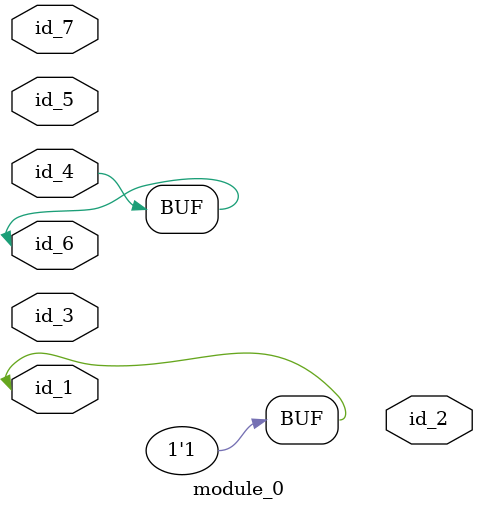
<source format=v>
module module_0 (
    id_1,
    id_2,
    id_3,
    id_4,
    id_5,
    id_6,
    id_7
);
  inout id_7;
  inout id_6;
  inout id_5;
  inout id_4;
  input id_3;
  output id_2;
  inout id_1;
  always begin
    id_1 <= 1;
  end
  assign id_6 = id_4 == 1;
endmodule
`define pp_7 0

</source>
